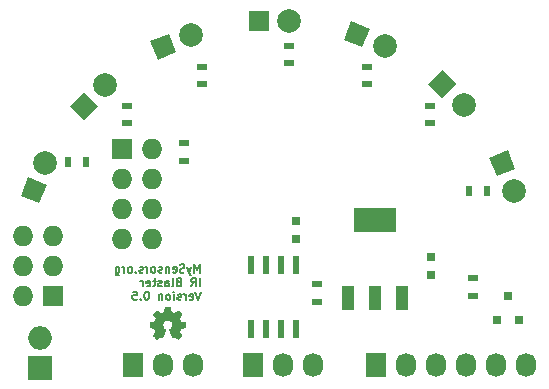
<source format=gbs>
G04 #@! TF.FileFunction,Soldermask,Bot*
%FSLAX46Y46*%
G04 Gerber Fmt 4.6, Leading zero omitted, Abs format (unit mm)*
G04 Created by KiCad (PCBNEW (2015-05-28 BZR 5690)-product) date Thursday, June 25, 2015 'AMt' 09:08:00 AM*
%MOMM*%
G01*
G04 APERTURE LIST*
%ADD10C,0.100000*%
%ADD11C,0.175000*%
%ADD12C,0.002540*%
%ADD13R,0.750000X0.800000*%
%ADD14R,1.727200X1.727200*%
%ADD15O,1.727200X1.727200*%
%ADD16R,1.727200X2.032000*%
%ADD17O,1.727200X2.032000*%
%ADD18R,0.800100X0.800100*%
%ADD19R,0.900000X0.500000*%
%ADD20R,0.500000X0.900000*%
%ADD21R,0.600000X1.550000*%
%ADD22R,3.657600X2.032000*%
%ADD23R,1.016000X2.032000*%
%ADD24C,1.998980*%
%ADD25R,1.699260X1.699260*%
%ADD26O,1.998980X1.998980*%
%ADD27R,1.998980X1.998980*%
G04 APERTURE END LIST*
D10*
D11*
X128357333Y-103428667D02*
X128357333Y-102728667D01*
X128124000Y-103228667D01*
X127890667Y-102728667D01*
X127890667Y-103428667D01*
X127624000Y-102962000D02*
X127457333Y-103428667D01*
X127290667Y-102962000D02*
X127457333Y-103428667D01*
X127524000Y-103595333D01*
X127557333Y-103628667D01*
X127624000Y-103662000D01*
X127057334Y-103395333D02*
X126957334Y-103428667D01*
X126790667Y-103428667D01*
X126724000Y-103395333D01*
X126690667Y-103362000D01*
X126657334Y-103295333D01*
X126657334Y-103228667D01*
X126690667Y-103162000D01*
X126724000Y-103128667D01*
X126790667Y-103095333D01*
X126924000Y-103062000D01*
X126990667Y-103028667D01*
X127024000Y-102995333D01*
X127057334Y-102928667D01*
X127057334Y-102862000D01*
X127024000Y-102795333D01*
X126990667Y-102762000D01*
X126924000Y-102728667D01*
X126757334Y-102728667D01*
X126657334Y-102762000D01*
X126090667Y-103395333D02*
X126157333Y-103428667D01*
X126290667Y-103428667D01*
X126357333Y-103395333D01*
X126390667Y-103328667D01*
X126390667Y-103062000D01*
X126357333Y-102995333D01*
X126290667Y-102962000D01*
X126157333Y-102962000D01*
X126090667Y-102995333D01*
X126057333Y-103062000D01*
X126057333Y-103128667D01*
X126390667Y-103195333D01*
X125757333Y-102962000D02*
X125757333Y-103428667D01*
X125757333Y-103028667D02*
X125724000Y-102995333D01*
X125657333Y-102962000D01*
X125557333Y-102962000D01*
X125490667Y-102995333D01*
X125457333Y-103062000D01*
X125457333Y-103428667D01*
X125157334Y-103395333D02*
X125090667Y-103428667D01*
X124957334Y-103428667D01*
X124890667Y-103395333D01*
X124857334Y-103328667D01*
X124857334Y-103295333D01*
X124890667Y-103228667D01*
X124957334Y-103195333D01*
X125057334Y-103195333D01*
X125124000Y-103162000D01*
X125157334Y-103095333D01*
X125157334Y-103062000D01*
X125124000Y-102995333D01*
X125057334Y-102962000D01*
X124957334Y-102962000D01*
X124890667Y-102995333D01*
X124457333Y-103428667D02*
X124524000Y-103395333D01*
X124557333Y-103362000D01*
X124590667Y-103295333D01*
X124590667Y-103095333D01*
X124557333Y-103028667D01*
X124524000Y-102995333D01*
X124457333Y-102962000D01*
X124357333Y-102962000D01*
X124290667Y-102995333D01*
X124257333Y-103028667D01*
X124224000Y-103095333D01*
X124224000Y-103295333D01*
X124257333Y-103362000D01*
X124290667Y-103395333D01*
X124357333Y-103428667D01*
X124457333Y-103428667D01*
X123924000Y-103428667D02*
X123924000Y-102962000D01*
X123924000Y-103095333D02*
X123890667Y-103028667D01*
X123857334Y-102995333D01*
X123790667Y-102962000D01*
X123724000Y-102962000D01*
X123524001Y-103395333D02*
X123457334Y-103428667D01*
X123324001Y-103428667D01*
X123257334Y-103395333D01*
X123224001Y-103328667D01*
X123224001Y-103295333D01*
X123257334Y-103228667D01*
X123324001Y-103195333D01*
X123424001Y-103195333D01*
X123490667Y-103162000D01*
X123524001Y-103095333D01*
X123524001Y-103062000D01*
X123490667Y-102995333D01*
X123424001Y-102962000D01*
X123324001Y-102962000D01*
X123257334Y-102995333D01*
X122924000Y-103362000D02*
X122890667Y-103395333D01*
X122924000Y-103428667D01*
X122957334Y-103395333D01*
X122924000Y-103362000D01*
X122924000Y-103428667D01*
X122490667Y-103428667D02*
X122557334Y-103395333D01*
X122590667Y-103362000D01*
X122624001Y-103295333D01*
X122624001Y-103095333D01*
X122590667Y-103028667D01*
X122557334Y-102995333D01*
X122490667Y-102962000D01*
X122390667Y-102962000D01*
X122324001Y-102995333D01*
X122290667Y-103028667D01*
X122257334Y-103095333D01*
X122257334Y-103295333D01*
X122290667Y-103362000D01*
X122324001Y-103395333D01*
X122390667Y-103428667D01*
X122490667Y-103428667D01*
X121957334Y-103428667D02*
X121957334Y-102962000D01*
X121957334Y-103095333D02*
X121924001Y-103028667D01*
X121890668Y-102995333D01*
X121824001Y-102962000D01*
X121757334Y-102962000D01*
X121224001Y-102962000D02*
X121224001Y-103528667D01*
X121257335Y-103595333D01*
X121290668Y-103628667D01*
X121357335Y-103662000D01*
X121457335Y-103662000D01*
X121524001Y-103628667D01*
X121224001Y-103395333D02*
X121290668Y-103428667D01*
X121424001Y-103428667D01*
X121490668Y-103395333D01*
X121524001Y-103362000D01*
X121557335Y-103295333D01*
X121557335Y-103095333D01*
X121524001Y-103028667D01*
X121490668Y-102995333D01*
X121424001Y-102962000D01*
X121290668Y-102962000D01*
X121224001Y-102995333D01*
X128357333Y-104583667D02*
X128357333Y-103883667D01*
X127624000Y-104583667D02*
X127857334Y-104250333D01*
X128024000Y-104583667D02*
X128024000Y-103883667D01*
X127757334Y-103883667D01*
X127690667Y-103917000D01*
X127657334Y-103950333D01*
X127624000Y-104017000D01*
X127624000Y-104117000D01*
X127657334Y-104183667D01*
X127690667Y-104217000D01*
X127757334Y-104250333D01*
X128024000Y-104250333D01*
X126557334Y-104217000D02*
X126457334Y-104250333D01*
X126424001Y-104283667D01*
X126390667Y-104350333D01*
X126390667Y-104450333D01*
X126424001Y-104517000D01*
X126457334Y-104550333D01*
X126524001Y-104583667D01*
X126790667Y-104583667D01*
X126790667Y-103883667D01*
X126557334Y-103883667D01*
X126490667Y-103917000D01*
X126457334Y-103950333D01*
X126424001Y-104017000D01*
X126424001Y-104083667D01*
X126457334Y-104150333D01*
X126490667Y-104183667D01*
X126557334Y-104217000D01*
X126790667Y-104217000D01*
X125990667Y-104583667D02*
X126057334Y-104550333D01*
X126090667Y-104483667D01*
X126090667Y-103883667D01*
X125424000Y-104583667D02*
X125424000Y-104217000D01*
X125457334Y-104150333D01*
X125524000Y-104117000D01*
X125657334Y-104117000D01*
X125724000Y-104150333D01*
X125424000Y-104550333D02*
X125490667Y-104583667D01*
X125657334Y-104583667D01*
X125724000Y-104550333D01*
X125757334Y-104483667D01*
X125757334Y-104417000D01*
X125724000Y-104350333D01*
X125657334Y-104317000D01*
X125490667Y-104317000D01*
X125424000Y-104283667D01*
X125124001Y-104550333D02*
X125057334Y-104583667D01*
X124924001Y-104583667D01*
X124857334Y-104550333D01*
X124824001Y-104483667D01*
X124824001Y-104450333D01*
X124857334Y-104383667D01*
X124924001Y-104350333D01*
X125024001Y-104350333D01*
X125090667Y-104317000D01*
X125124001Y-104250333D01*
X125124001Y-104217000D01*
X125090667Y-104150333D01*
X125024001Y-104117000D01*
X124924001Y-104117000D01*
X124857334Y-104150333D01*
X124624000Y-104117000D02*
X124357334Y-104117000D01*
X124524000Y-103883667D02*
X124524000Y-104483667D01*
X124490667Y-104550333D01*
X124424000Y-104583667D01*
X124357334Y-104583667D01*
X123857334Y-104550333D02*
X123924000Y-104583667D01*
X124057334Y-104583667D01*
X124124000Y-104550333D01*
X124157334Y-104483667D01*
X124157334Y-104217000D01*
X124124000Y-104150333D01*
X124057334Y-104117000D01*
X123924000Y-104117000D01*
X123857334Y-104150333D01*
X123824000Y-104217000D01*
X123824000Y-104283667D01*
X124157334Y-104350333D01*
X123524000Y-104583667D02*
X123524000Y-104117000D01*
X123524000Y-104250333D02*
X123490667Y-104183667D01*
X123457334Y-104150333D01*
X123390667Y-104117000D01*
X123324000Y-104117000D01*
X128457333Y-105038667D02*
X128224000Y-105738667D01*
X127990667Y-105038667D01*
X127490667Y-105705333D02*
X127557333Y-105738667D01*
X127690667Y-105738667D01*
X127757333Y-105705333D01*
X127790667Y-105638667D01*
X127790667Y-105372000D01*
X127757333Y-105305333D01*
X127690667Y-105272000D01*
X127557333Y-105272000D01*
X127490667Y-105305333D01*
X127457333Y-105372000D01*
X127457333Y-105438667D01*
X127790667Y-105505333D01*
X127157333Y-105738667D02*
X127157333Y-105272000D01*
X127157333Y-105405333D02*
X127124000Y-105338667D01*
X127090667Y-105305333D01*
X127024000Y-105272000D01*
X126957333Y-105272000D01*
X126757334Y-105705333D02*
X126690667Y-105738667D01*
X126557334Y-105738667D01*
X126490667Y-105705333D01*
X126457334Y-105638667D01*
X126457334Y-105605333D01*
X126490667Y-105538667D01*
X126557334Y-105505333D01*
X126657334Y-105505333D01*
X126724000Y-105472000D01*
X126757334Y-105405333D01*
X126757334Y-105372000D01*
X126724000Y-105305333D01*
X126657334Y-105272000D01*
X126557334Y-105272000D01*
X126490667Y-105305333D01*
X126157333Y-105738667D02*
X126157333Y-105272000D01*
X126157333Y-105038667D02*
X126190667Y-105072000D01*
X126157333Y-105105333D01*
X126124000Y-105072000D01*
X126157333Y-105038667D01*
X126157333Y-105105333D01*
X125724000Y-105738667D02*
X125790667Y-105705333D01*
X125824000Y-105672000D01*
X125857334Y-105605333D01*
X125857334Y-105405333D01*
X125824000Y-105338667D01*
X125790667Y-105305333D01*
X125724000Y-105272000D01*
X125624000Y-105272000D01*
X125557334Y-105305333D01*
X125524000Y-105338667D01*
X125490667Y-105405333D01*
X125490667Y-105605333D01*
X125524000Y-105672000D01*
X125557334Y-105705333D01*
X125624000Y-105738667D01*
X125724000Y-105738667D01*
X125190667Y-105272000D02*
X125190667Y-105738667D01*
X125190667Y-105338667D02*
X125157334Y-105305333D01*
X125090667Y-105272000D01*
X124990667Y-105272000D01*
X124924001Y-105305333D01*
X124890667Y-105372000D01*
X124890667Y-105738667D01*
X123890668Y-105038667D02*
X123824001Y-105038667D01*
X123757335Y-105072000D01*
X123724001Y-105105333D01*
X123690668Y-105172000D01*
X123657335Y-105305333D01*
X123657335Y-105472000D01*
X123690668Y-105605333D01*
X123724001Y-105672000D01*
X123757335Y-105705333D01*
X123824001Y-105738667D01*
X123890668Y-105738667D01*
X123957335Y-105705333D01*
X123990668Y-105672000D01*
X124024001Y-105605333D01*
X124057335Y-105472000D01*
X124057335Y-105305333D01*
X124024001Y-105172000D01*
X123990668Y-105105333D01*
X123957335Y-105072000D01*
X123890668Y-105038667D01*
X123357334Y-105672000D02*
X123324001Y-105705333D01*
X123357334Y-105738667D01*
X123390668Y-105705333D01*
X123357334Y-105672000D01*
X123357334Y-105738667D01*
X122690668Y-105038667D02*
X123024001Y-105038667D01*
X123057335Y-105372000D01*
X123024001Y-105338667D01*
X122957335Y-105305333D01*
X122790668Y-105305333D01*
X122724001Y-105338667D01*
X122690668Y-105372000D01*
X122657335Y-105438667D01*
X122657335Y-105605333D01*
X122690668Y-105672000D01*
X122724001Y-105705333D01*
X122790668Y-105738667D01*
X122957335Y-105738667D01*
X123024001Y-105705333D01*
X123057335Y-105672000D01*
D12*
G36*
X126512320Y-109042200D02*
X126494540Y-109034580D01*
X126461520Y-109011720D01*
X126410720Y-108978700D01*
X126352300Y-108940600D01*
X126291340Y-108899960D01*
X126243080Y-108866940D01*
X126207520Y-108844080D01*
X126194820Y-108836460D01*
X126187200Y-108839000D01*
X126159260Y-108854240D01*
X126118620Y-108874560D01*
X126093220Y-108887260D01*
X126055120Y-108902500D01*
X126037340Y-108907580D01*
X126034800Y-108902500D01*
X126019560Y-108872020D01*
X125999240Y-108823760D01*
X125971300Y-108757720D01*
X125938280Y-108681520D01*
X125902720Y-108600240D01*
X125869700Y-108516420D01*
X125836680Y-108437680D01*
X125806200Y-108364020D01*
X125783340Y-108305600D01*
X125768100Y-108264960D01*
X125760480Y-108247180D01*
X125763020Y-108244640D01*
X125780800Y-108226860D01*
X125813820Y-108201460D01*
X125884940Y-108143040D01*
X125956060Y-108056680D01*
X125999240Y-107957620D01*
X126011940Y-107845860D01*
X126001780Y-107744260D01*
X125961140Y-107647740D01*
X125892560Y-107558840D01*
X125808740Y-107492800D01*
X125712220Y-107452160D01*
X125603000Y-107439460D01*
X125498860Y-107449620D01*
X125399800Y-107490260D01*
X125310900Y-107556300D01*
X125272800Y-107599480D01*
X125222000Y-107690920D01*
X125191520Y-107784900D01*
X125188980Y-107807760D01*
X125194060Y-107914440D01*
X125224540Y-108016040D01*
X125280420Y-108104940D01*
X125356620Y-108178600D01*
X125366780Y-108186220D01*
X125402340Y-108214160D01*
X125427740Y-108231940D01*
X125445520Y-108247180D01*
X125310900Y-108569760D01*
X125290580Y-108620560D01*
X125252480Y-108709460D01*
X125222000Y-108785660D01*
X125194060Y-108846620D01*
X125176280Y-108887260D01*
X125168660Y-108902500D01*
X125168660Y-108902500D01*
X125155960Y-108905040D01*
X125133100Y-108897420D01*
X125087380Y-108874560D01*
X125056900Y-108859320D01*
X125023880Y-108844080D01*
X125008640Y-108836460D01*
X124993400Y-108844080D01*
X124960380Y-108864400D01*
X124914660Y-108897420D01*
X124856240Y-108935520D01*
X124800360Y-108973620D01*
X124749560Y-109006640D01*
X124714000Y-109032040D01*
X124696220Y-109039660D01*
X124693680Y-109039660D01*
X124675900Y-109032040D01*
X124647960Y-109006640D01*
X124604780Y-108966000D01*
X124541280Y-108905040D01*
X124531120Y-108894880D01*
X124480320Y-108844080D01*
X124439680Y-108798360D01*
X124411740Y-108767880D01*
X124401580Y-108755180D01*
X124401580Y-108755180D01*
X124411740Y-108737400D01*
X124434600Y-108699300D01*
X124467620Y-108648500D01*
X124508260Y-108587540D01*
X124614940Y-108432600D01*
X124556520Y-108287820D01*
X124538740Y-108242100D01*
X124515880Y-108186220D01*
X124498100Y-108148120D01*
X124490480Y-108130340D01*
X124472700Y-108125260D01*
X124434600Y-108115100D01*
X124376180Y-108104940D01*
X124305060Y-108092240D01*
X124239020Y-108079540D01*
X124180600Y-108066840D01*
X124137420Y-108059220D01*
X124117100Y-108056680D01*
X124112020Y-108051600D01*
X124109480Y-108043980D01*
X124106940Y-108023660D01*
X124104400Y-107985560D01*
X124104400Y-107929680D01*
X124104400Y-107845860D01*
X124104400Y-107838240D01*
X124104400Y-107759500D01*
X124106940Y-107696000D01*
X124109480Y-107657900D01*
X124112020Y-107640120D01*
X124112020Y-107640120D01*
X124129800Y-107635040D01*
X124172980Y-107627420D01*
X124231400Y-107614720D01*
X124302520Y-107602020D01*
X124307600Y-107602020D01*
X124378720Y-107586780D01*
X124437140Y-107574080D01*
X124480320Y-107566460D01*
X124498100Y-107558840D01*
X124500640Y-107553760D01*
X124515880Y-107525820D01*
X124536200Y-107482640D01*
X124559060Y-107429300D01*
X124581920Y-107373420D01*
X124602240Y-107322620D01*
X124614940Y-107287060D01*
X124620020Y-107269280D01*
X124620020Y-107269280D01*
X124609860Y-107251500D01*
X124584460Y-107215940D01*
X124548900Y-107165140D01*
X124508260Y-107104180D01*
X124505720Y-107099100D01*
X124465080Y-107038140D01*
X124432060Y-106987340D01*
X124409200Y-106951780D01*
X124401580Y-106936540D01*
X124401580Y-106934000D01*
X124414280Y-106916220D01*
X124444760Y-106883200D01*
X124490480Y-106837480D01*
X124541280Y-106784140D01*
X124559060Y-106768900D01*
X124617480Y-106710480D01*
X124658120Y-106674920D01*
X124683520Y-106654600D01*
X124693680Y-106649520D01*
X124696220Y-106649520D01*
X124714000Y-106659680D01*
X124752100Y-106685080D01*
X124802900Y-106720640D01*
X124863860Y-106761280D01*
X124866400Y-106763820D01*
X124927360Y-106804460D01*
X124978160Y-106840020D01*
X125013720Y-106862880D01*
X125028960Y-106870500D01*
X125031500Y-106870500D01*
X125054360Y-106865420D01*
X125097540Y-106850180D01*
X125150880Y-106829860D01*
X125206760Y-106807000D01*
X125257560Y-106786680D01*
X125293120Y-106768900D01*
X125310900Y-106758740D01*
X125313440Y-106758740D01*
X125318520Y-106735880D01*
X125328680Y-106690160D01*
X125341380Y-106629200D01*
X125356620Y-106555540D01*
X125359160Y-106545380D01*
X125371860Y-106471720D01*
X125382020Y-106413300D01*
X125392180Y-106372660D01*
X125394720Y-106354880D01*
X125404880Y-106354880D01*
X125440440Y-106352340D01*
X125493780Y-106349800D01*
X125559820Y-106349800D01*
X125625860Y-106349800D01*
X125691900Y-106349800D01*
X125747780Y-106352340D01*
X125788420Y-106354880D01*
X125806200Y-106359960D01*
X125806200Y-106359960D01*
X125811280Y-106382820D01*
X125821440Y-106426000D01*
X125834140Y-106489500D01*
X125849380Y-106563160D01*
X125851920Y-106575860D01*
X125864620Y-106646980D01*
X125877320Y-106705400D01*
X125884940Y-106746040D01*
X125890020Y-106761280D01*
X125895100Y-106763820D01*
X125925580Y-106779060D01*
X125973840Y-106796840D01*
X126032260Y-106822240D01*
X126169420Y-106878120D01*
X126337060Y-106761280D01*
X126352300Y-106751120D01*
X126413260Y-106710480D01*
X126464060Y-106677460D01*
X126499620Y-106654600D01*
X126512320Y-106646980D01*
X126514860Y-106646980D01*
X126530100Y-106662220D01*
X126563120Y-106692700D01*
X126608840Y-106738420D01*
X126662180Y-106789220D01*
X126702820Y-106829860D01*
X126748540Y-106875580D01*
X126776480Y-106908600D01*
X126794260Y-106928920D01*
X126799340Y-106941620D01*
X126796800Y-106949240D01*
X126786640Y-106967020D01*
X126761240Y-107002580D01*
X126728220Y-107055920D01*
X126687580Y-107114340D01*
X126652020Y-107165140D01*
X126616460Y-107221020D01*
X126593600Y-107261660D01*
X126583440Y-107279440D01*
X126585980Y-107289600D01*
X126598680Y-107322620D01*
X126619000Y-107370880D01*
X126644400Y-107431840D01*
X126702820Y-107563920D01*
X126789180Y-107581700D01*
X126842520Y-107591860D01*
X126916180Y-107604560D01*
X126987300Y-107619800D01*
X127099060Y-107640120D01*
X127101600Y-108043980D01*
X127083820Y-108051600D01*
X127068580Y-108056680D01*
X127027940Y-108066840D01*
X126969520Y-108077000D01*
X126900940Y-108089700D01*
X126839980Y-108102400D01*
X126781560Y-108112560D01*
X126738380Y-108120180D01*
X126720600Y-108125260D01*
X126715520Y-108130340D01*
X126700280Y-108160820D01*
X126679960Y-108206540D01*
X126657100Y-108259880D01*
X126631700Y-108318300D01*
X126611380Y-108369100D01*
X126596140Y-108409740D01*
X126591060Y-108430060D01*
X126598680Y-108445300D01*
X126621540Y-108480860D01*
X126654560Y-108531660D01*
X126695200Y-108590080D01*
X126735840Y-108648500D01*
X126768860Y-108699300D01*
X126794260Y-108734860D01*
X126801880Y-108752640D01*
X126796800Y-108762800D01*
X126773940Y-108790740D01*
X126730760Y-108836460D01*
X126664720Y-108902500D01*
X126652020Y-108912660D01*
X126601220Y-108963460D01*
X126555500Y-109004100D01*
X126525020Y-109032040D01*
X126512320Y-109042200D01*
X126512320Y-109042200D01*
G37*
X126512320Y-109042200D02*
X126494540Y-109034580D01*
X126461520Y-109011720D01*
X126410720Y-108978700D01*
X126352300Y-108940600D01*
X126291340Y-108899960D01*
X126243080Y-108866940D01*
X126207520Y-108844080D01*
X126194820Y-108836460D01*
X126187200Y-108839000D01*
X126159260Y-108854240D01*
X126118620Y-108874560D01*
X126093220Y-108887260D01*
X126055120Y-108902500D01*
X126037340Y-108907580D01*
X126034800Y-108902500D01*
X126019560Y-108872020D01*
X125999240Y-108823760D01*
X125971300Y-108757720D01*
X125938280Y-108681520D01*
X125902720Y-108600240D01*
X125869700Y-108516420D01*
X125836680Y-108437680D01*
X125806200Y-108364020D01*
X125783340Y-108305600D01*
X125768100Y-108264960D01*
X125760480Y-108247180D01*
X125763020Y-108244640D01*
X125780800Y-108226860D01*
X125813820Y-108201460D01*
X125884940Y-108143040D01*
X125956060Y-108056680D01*
X125999240Y-107957620D01*
X126011940Y-107845860D01*
X126001780Y-107744260D01*
X125961140Y-107647740D01*
X125892560Y-107558840D01*
X125808740Y-107492800D01*
X125712220Y-107452160D01*
X125603000Y-107439460D01*
X125498860Y-107449620D01*
X125399800Y-107490260D01*
X125310900Y-107556300D01*
X125272800Y-107599480D01*
X125222000Y-107690920D01*
X125191520Y-107784900D01*
X125188980Y-107807760D01*
X125194060Y-107914440D01*
X125224540Y-108016040D01*
X125280420Y-108104940D01*
X125356620Y-108178600D01*
X125366780Y-108186220D01*
X125402340Y-108214160D01*
X125427740Y-108231940D01*
X125445520Y-108247180D01*
X125310900Y-108569760D01*
X125290580Y-108620560D01*
X125252480Y-108709460D01*
X125222000Y-108785660D01*
X125194060Y-108846620D01*
X125176280Y-108887260D01*
X125168660Y-108902500D01*
X125168660Y-108902500D01*
X125155960Y-108905040D01*
X125133100Y-108897420D01*
X125087380Y-108874560D01*
X125056900Y-108859320D01*
X125023880Y-108844080D01*
X125008640Y-108836460D01*
X124993400Y-108844080D01*
X124960380Y-108864400D01*
X124914660Y-108897420D01*
X124856240Y-108935520D01*
X124800360Y-108973620D01*
X124749560Y-109006640D01*
X124714000Y-109032040D01*
X124696220Y-109039660D01*
X124693680Y-109039660D01*
X124675900Y-109032040D01*
X124647960Y-109006640D01*
X124604780Y-108966000D01*
X124541280Y-108905040D01*
X124531120Y-108894880D01*
X124480320Y-108844080D01*
X124439680Y-108798360D01*
X124411740Y-108767880D01*
X124401580Y-108755180D01*
X124401580Y-108755180D01*
X124411740Y-108737400D01*
X124434600Y-108699300D01*
X124467620Y-108648500D01*
X124508260Y-108587540D01*
X124614940Y-108432600D01*
X124556520Y-108287820D01*
X124538740Y-108242100D01*
X124515880Y-108186220D01*
X124498100Y-108148120D01*
X124490480Y-108130340D01*
X124472700Y-108125260D01*
X124434600Y-108115100D01*
X124376180Y-108104940D01*
X124305060Y-108092240D01*
X124239020Y-108079540D01*
X124180600Y-108066840D01*
X124137420Y-108059220D01*
X124117100Y-108056680D01*
X124112020Y-108051600D01*
X124109480Y-108043980D01*
X124106940Y-108023660D01*
X124104400Y-107985560D01*
X124104400Y-107929680D01*
X124104400Y-107845860D01*
X124104400Y-107838240D01*
X124104400Y-107759500D01*
X124106940Y-107696000D01*
X124109480Y-107657900D01*
X124112020Y-107640120D01*
X124112020Y-107640120D01*
X124129800Y-107635040D01*
X124172980Y-107627420D01*
X124231400Y-107614720D01*
X124302520Y-107602020D01*
X124307600Y-107602020D01*
X124378720Y-107586780D01*
X124437140Y-107574080D01*
X124480320Y-107566460D01*
X124498100Y-107558840D01*
X124500640Y-107553760D01*
X124515880Y-107525820D01*
X124536200Y-107482640D01*
X124559060Y-107429300D01*
X124581920Y-107373420D01*
X124602240Y-107322620D01*
X124614940Y-107287060D01*
X124620020Y-107269280D01*
X124620020Y-107269280D01*
X124609860Y-107251500D01*
X124584460Y-107215940D01*
X124548900Y-107165140D01*
X124508260Y-107104180D01*
X124505720Y-107099100D01*
X124465080Y-107038140D01*
X124432060Y-106987340D01*
X124409200Y-106951780D01*
X124401580Y-106936540D01*
X124401580Y-106934000D01*
X124414280Y-106916220D01*
X124444760Y-106883200D01*
X124490480Y-106837480D01*
X124541280Y-106784140D01*
X124559060Y-106768900D01*
X124617480Y-106710480D01*
X124658120Y-106674920D01*
X124683520Y-106654600D01*
X124693680Y-106649520D01*
X124696220Y-106649520D01*
X124714000Y-106659680D01*
X124752100Y-106685080D01*
X124802900Y-106720640D01*
X124863860Y-106761280D01*
X124866400Y-106763820D01*
X124927360Y-106804460D01*
X124978160Y-106840020D01*
X125013720Y-106862880D01*
X125028960Y-106870500D01*
X125031500Y-106870500D01*
X125054360Y-106865420D01*
X125097540Y-106850180D01*
X125150880Y-106829860D01*
X125206760Y-106807000D01*
X125257560Y-106786680D01*
X125293120Y-106768900D01*
X125310900Y-106758740D01*
X125313440Y-106758740D01*
X125318520Y-106735880D01*
X125328680Y-106690160D01*
X125341380Y-106629200D01*
X125356620Y-106555540D01*
X125359160Y-106545380D01*
X125371860Y-106471720D01*
X125382020Y-106413300D01*
X125392180Y-106372660D01*
X125394720Y-106354880D01*
X125404880Y-106354880D01*
X125440440Y-106352340D01*
X125493780Y-106349800D01*
X125559820Y-106349800D01*
X125625860Y-106349800D01*
X125691900Y-106349800D01*
X125747780Y-106352340D01*
X125788420Y-106354880D01*
X125806200Y-106359960D01*
X125806200Y-106359960D01*
X125811280Y-106382820D01*
X125821440Y-106426000D01*
X125834140Y-106489500D01*
X125849380Y-106563160D01*
X125851920Y-106575860D01*
X125864620Y-106646980D01*
X125877320Y-106705400D01*
X125884940Y-106746040D01*
X125890020Y-106761280D01*
X125895100Y-106763820D01*
X125925580Y-106779060D01*
X125973840Y-106796840D01*
X126032260Y-106822240D01*
X126169420Y-106878120D01*
X126337060Y-106761280D01*
X126352300Y-106751120D01*
X126413260Y-106710480D01*
X126464060Y-106677460D01*
X126499620Y-106654600D01*
X126512320Y-106646980D01*
X126514860Y-106646980D01*
X126530100Y-106662220D01*
X126563120Y-106692700D01*
X126608840Y-106738420D01*
X126662180Y-106789220D01*
X126702820Y-106829860D01*
X126748540Y-106875580D01*
X126776480Y-106908600D01*
X126794260Y-106928920D01*
X126799340Y-106941620D01*
X126796800Y-106949240D01*
X126786640Y-106967020D01*
X126761240Y-107002580D01*
X126728220Y-107055920D01*
X126687580Y-107114340D01*
X126652020Y-107165140D01*
X126616460Y-107221020D01*
X126593600Y-107261660D01*
X126583440Y-107279440D01*
X126585980Y-107289600D01*
X126598680Y-107322620D01*
X126619000Y-107370880D01*
X126644400Y-107431840D01*
X126702820Y-107563920D01*
X126789180Y-107581700D01*
X126842520Y-107591860D01*
X126916180Y-107604560D01*
X126987300Y-107619800D01*
X127099060Y-107640120D01*
X127101600Y-108043980D01*
X127083820Y-108051600D01*
X127068580Y-108056680D01*
X127027940Y-108066840D01*
X126969520Y-108077000D01*
X126900940Y-108089700D01*
X126839980Y-108102400D01*
X126781560Y-108112560D01*
X126738380Y-108120180D01*
X126720600Y-108125260D01*
X126715520Y-108130340D01*
X126700280Y-108160820D01*
X126679960Y-108206540D01*
X126657100Y-108259880D01*
X126631700Y-108318300D01*
X126611380Y-108369100D01*
X126596140Y-108409740D01*
X126591060Y-108430060D01*
X126598680Y-108445300D01*
X126621540Y-108480860D01*
X126654560Y-108531660D01*
X126695200Y-108590080D01*
X126735840Y-108648500D01*
X126768860Y-108699300D01*
X126794260Y-108734860D01*
X126801880Y-108752640D01*
X126796800Y-108762800D01*
X126773940Y-108790740D01*
X126730760Y-108836460D01*
X126664720Y-108902500D01*
X126652020Y-108912660D01*
X126601220Y-108963460D01*
X126555500Y-109004100D01*
X126525020Y-109032040D01*
X126512320Y-109042200D01*
D13*
X136461500Y-100572000D03*
X136461500Y-99072000D03*
D14*
X115951000Y-105410000D03*
D15*
X113411000Y-105410000D03*
X115951000Y-102870000D03*
X113411000Y-102870000D03*
X115951000Y-100330000D03*
X113411000Y-100330000D03*
D16*
X143256000Y-111252000D03*
D17*
X145796000Y-111252000D03*
X148336000Y-111252000D03*
X150876000Y-111252000D03*
X153416000Y-111252000D03*
X155956000Y-111252000D03*
D18*
X155382000Y-107426760D03*
X153482000Y-107426760D03*
X154432000Y-105427780D03*
D19*
X138303000Y-104406000D03*
X138303000Y-105906000D03*
X127000000Y-93968000D03*
X127000000Y-92468000D03*
X151460200Y-103935400D03*
X151460200Y-105435400D03*
D20*
X118733000Y-94107000D03*
X117233000Y-94107000D03*
D19*
X122174000Y-90793000D03*
X122174000Y-89293000D03*
X128524000Y-87491000D03*
X128524000Y-85991000D03*
X135940800Y-85713000D03*
X135940800Y-84213000D03*
X142527013Y-87491000D03*
X142527013Y-85991000D03*
D21*
X136474200Y-108178600D03*
X135204200Y-108178600D03*
X133934200Y-108178600D03*
X132664200Y-108178600D03*
X132664200Y-102778600D03*
X133934200Y-102778600D03*
X135204200Y-102778600D03*
X136474200Y-102778600D03*
D16*
X132842000Y-111252000D03*
D17*
X135382000Y-111252000D03*
X137922000Y-111252000D03*
D19*
X147828000Y-90793000D03*
X147828000Y-89293000D03*
D20*
X151142000Y-96520000D03*
X152642000Y-96520000D03*
D22*
X143230600Y-98958400D03*
D23*
X143230600Y-105562400D03*
X140944600Y-105562400D03*
X145516600Y-105562400D03*
D13*
X147955000Y-102120000D03*
X147955000Y-103620000D03*
D16*
X122682000Y-111252000D03*
D17*
X125222000Y-111252000D03*
X127762000Y-111252000D03*
D10*
G36*
X126381657Y-84762929D02*
X124811746Y-85413208D01*
X124161467Y-83843297D01*
X125731378Y-83193018D01*
X126381657Y-84762929D01*
X126381657Y-84762929D01*
G37*
D24*
X127618216Y-83331097D03*
D25*
X133374060Y-82092800D03*
D24*
X135914060Y-82092800D03*
D10*
G36*
X142114378Y-84370782D02*
X140544467Y-83720503D01*
X141194746Y-82150592D01*
X142764657Y-82800871D01*
X142114378Y-84370782D01*
X142114378Y-84370782D01*
G37*
D24*
X144001216Y-84232703D03*
D10*
G36*
X148902148Y-88661106D02*
X147700590Y-87459548D01*
X148902148Y-86257990D01*
X150103706Y-87459548D01*
X148902148Y-88661106D01*
X148902148Y-88661106D01*
G37*
D24*
X150698200Y-89255600D03*
D10*
G36*
X153508168Y-95283441D02*
X152857889Y-93713530D01*
X154427800Y-93063251D01*
X155078079Y-94633162D01*
X153508168Y-95283441D01*
X153508168Y-95283441D01*
G37*
D24*
X154940000Y-96520000D03*
D10*
G36*
X119767810Y-89332748D02*
X118566252Y-90534306D01*
X117364694Y-89332748D01*
X118566252Y-88131190D01*
X119767810Y-89332748D01*
X119767810Y-89332748D01*
G37*
D24*
X120362304Y-87536696D03*
D10*
G36*
X115409582Y-96010622D02*
X114759303Y-97580533D01*
X113189392Y-96930254D01*
X113839671Y-95360343D01*
X115409582Y-96010622D01*
X115409582Y-96010622D01*
G37*
D24*
X115271503Y-94123784D03*
D26*
X114808000Y-108966000D03*
D27*
X114808000Y-111506000D03*
D15*
X121793000Y-100584000D03*
X124333000Y-100584000D03*
X121793000Y-98044000D03*
X124333000Y-98044000D03*
X121793000Y-95504000D03*
X124333000Y-95504000D03*
D14*
X121793000Y-92964000D03*
D15*
X124333000Y-92964000D03*
M02*

</source>
